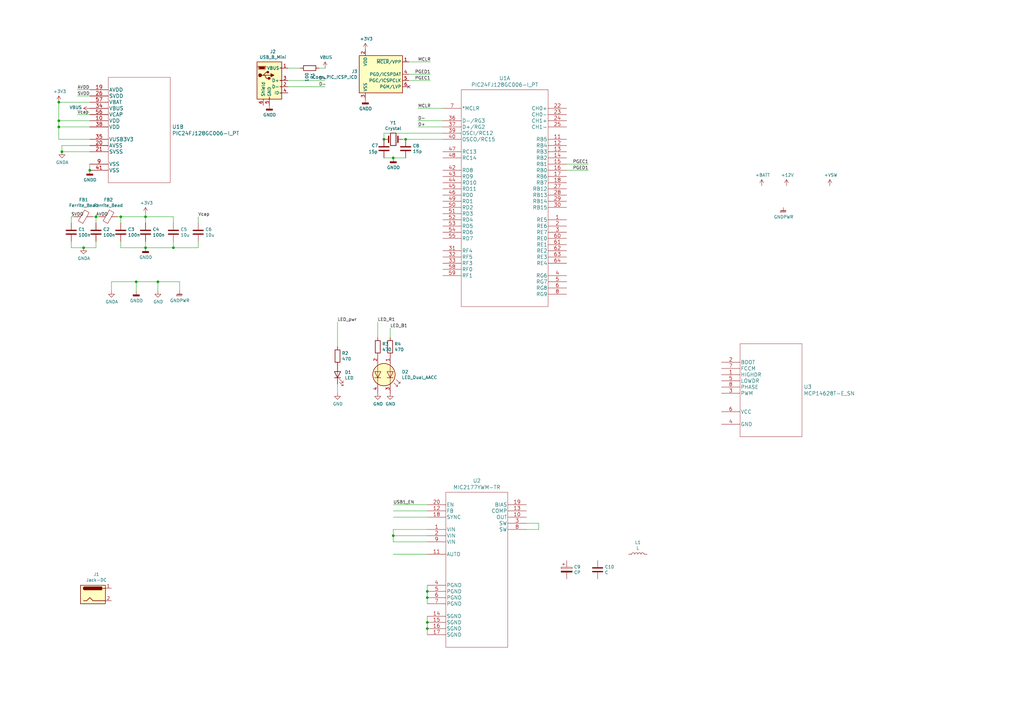
<source format=kicad_sch>
(kicad_sch (version 20230121) (generator eeschema)
  (paper "A3")
  (title_block (title "Solar switch") (date "2021-04-06") (rev "0.1") (company "Xavier Bourlot"))
  (lib_symbols
    (symbol "2021-04-06_19-40-33:MIC2177YWM-TR" (pin_names (offset 0.254))
      (property "Reference" "U" (at 20.32 10.16 0))
      (property "Value" "MIC2177YWM-TR" (at 20.32 7.62 0))
      (symbol "MIC2177YWM-TR_1_1"
        (polyline (pts (xy 7.62 -58.42) (xy 33.02 -58.42)) (stroke (width 0.127)))
        (polyline (pts (xy 7.62 5.08) (xy 7.62 -58.42)) (stroke (width 0.127)))
        (polyline (pts (xy 33.02 -58.42) (xy 33.02 5.08)) (stroke (width 0.127)))
        (polyline (pts (xy 33.02 5.08) (xy 7.62 5.08)) (stroke (width 0.127)))
        (pin input line (at 0 -10.16 0) (length 7.62) (name "VIN") (number "1"))
        (pin output line (at 40.64 -5.08 180) (length 7.62) (name "OUT") (number "10"))
        (pin unspecified line (at 0 -20.32 0) (length 7.62) (name "AUTO") (number "11"))
        (pin input line (at 0 -2.54 0) (length 7.62) (name "FB") (number "12"))
        (pin output line (at 40.64 -2.54 180) (length 7.62) (name "COMP") (number "13"))
        (pin power_in line (at 0 -45.72 0) (length 7.62) (name "SGND") (number "14"))
        (pin power_in line (at 0 -48.26 0) (length 7.62) (name "SGND") (number "15"))
        (pin power_in line (at 0 -50.8 0) (length 7.62) (name "SGND") (number "16"))
        (pin power_in line (at 0 -53.34 0) (length 7.62) (name "SGND") (number "17"))
        (pin input line (at 0 -5.08 0) (length 7.62) (name "SYNC") (number "18"))
        (pin output line (at 40.64 0 180) (length 7.62) (name "BIAS") (number "19"))
        (pin input line (at 0 -12.7 0) (length 7.62) (name "VIN") (number "2"))
        (pin input line (at 0 0 0) (length 7.62) (name "EN") (number "20"))
        (pin output line (at 40.64 -7.62 180) (length 7.62) (name "SW") (number "3"))
        (pin power_in line (at 0 -33.02 0) (length 7.62) (name "PGND") (number "4"))
        (pin power_in line (at 0 -35.56 0) (length 7.62) (name "PGND") (number "5"))
        (pin power_in line (at 0 -38.1 0) (length 7.62) (name "PGND") (number "6"))
        (pin power_in line (at 0 -40.64 0) (length 7.62) (name "PGND") (number "7"))
        (pin output line (at 40.64 -10.16 180) (length 7.62) (name "SW") (number "8"))
        (pin input line (at 0 -15.24 0) (length 7.62) (name "VIN") (number "9"))
      )
    )
    (symbol "Connector:Conn_PIC_ICSP_ICD"
      (property "Reference" "J" (at 6.35 8.89 0))
      (property "Value" "Conn_PIC_ICSP_ICD" (at -8.89 -1.27 90))
      (symbol "Conn_PIC_ICSP_ICD_0_1"
        (rectangle (start -7.62 7.62) (end 10.16 -7.62) (stroke (width 0.254)) (fill (type background)))
      )
      (symbol "Conn_PIC_ICSP_ICD_1_1"
        (pin passive line (at 12.7 5.08 180) (length 2.54) (name "~{MCLR}/VPP") (number "1"))
        (pin passive line (at -5.08 10.16 270) (length 2.54) (name "VDD") (number "2"))
        (pin power_in line (at -5.08 -10.16 90) (length 2.54) (name "VSS") (number "3"))
        (pin bidirectional line (at 12.7 0 180) (length 2.54) (name "PGD/ICSPDAT") (number "4"))
        (pin output line (at 12.7 -2.54 180) (length 2.54) (name "PGC/ICSPCLK") (number "5"))
        (pin output line (at 12.7 -5.08 180) (length 2.54) (name "PGM/LVP") (number "6"))
      )
    )
    (symbol "Connector:Jack-DC" (pin_names (offset 1.016))
      (property "Reference" "J" (at 0 5.334 0))
      (property "Value" "Jack-DC" (at 0 -5.08 0))
      (symbol "Jack-DC_0_1"
        (rectangle (start -5.08 3.81) (end 5.08 -3.81) (stroke (width 0.254)) (fill (type background)))
        (arc (start -3.302 3.175) (mid -3.9343 2.54) (end -3.302 1.905) (stroke (width 0.254)))
        (arc (start -3.302 3.175) (mid -3.9343 2.54) (end -3.302 1.905) (stroke (width 0.254)) (fill (type outline)))
        (polyline (pts (xy 5.08 2.54) (xy 3.81 2.54)) (stroke (width 0.254)))
        (polyline (pts (xy -3.81 -2.54) (xy -2.54 -2.54) (xy -1.27 -1.27) (xy 0 -2.54) (xy 2.54 -2.54) (xy 5.08 -2.54)) (stroke (width 0.254)))
        (rectangle (start 3.683 3.175) (end -3.302 1.905) (stroke (width 0.254)) (fill (type outline)))
      )
      (symbol "Jack-DC_1_1"
        (pin passive line (at 7.62 2.54 180) (length 2.54) (name "~") (number "1"))
        (pin passive line (at 7.62 -2.54 180) (length 2.54) (name "~") (number "2"))
      )
    )
    (symbol "Device:C" (pin_numbers hide) (pin_names (offset 0.254))
      (property "Reference" "C" (at 0.635 2.54 0))
      (property "Value" "C" (at 0.635 -2.54 0))
      (symbol "C_0_1"
        (polyline (pts (xy -2.032 -0.762) (xy 2.032 -0.762)) (stroke (width 0.508)))
        (polyline (pts (xy -2.032 0.762) (xy 2.032 0.762)) (stroke (width 0.508)))
      )
      (symbol "C_1_1"
        (pin passive line (at 0 3.81 270) (length 2.794) (name "~") (number "1"))
        (pin passive line (at 0 -3.81 90) (length 2.794) (name "~") (number "2"))
      )
    )
    (symbol "Device:Crystal" (pin_numbers hide) (pin_names (offset 1.016) hide)
      (property "Reference" "Y" (at 0 3.81 0))
      (property "Value" "Crystal" (at 0 -3.81 0))
      (symbol "Crystal_0_1"
        (rectangle (start -1.143 2.54) (end 1.143 -2.54) (stroke (width 0.3048)))
        (polyline (pts (xy -2.54 0) (xy -1.905 0)))
        (polyline (pts (xy -1.905 -1.27) (xy -1.905 1.27)) (stroke (width 0.508)))
        (polyline (pts (xy 1.905 -1.27) (xy 1.905 1.27)) (stroke (width 0.508)))
        (polyline (pts (xy 2.54 0) (xy 1.905 0)))
      )
      (symbol "Crystal_1_1"
        (pin passive line (at -3.81 0 0) (length 1.27) (name "1") (number "1"))
        (pin passive line (at 3.81 0 180) (length 1.27) (name "2") (number "2"))
      )
    )
    (symbol "Device:L" (pin_numbers hide) (pin_names (offset 1.016) hide)
      (property "Reference" "L" (at -1.27 0 90))
      (property "Value" "L" (at 1.905 0 90))
      (symbol "L_0_1"
        (arc (start 0 -2.54) (mid 0.6323 -1.905) (end 0 -1.27))
        (arc (start 0 -1.27) (mid 0.6323 -0.635) (end 0 0))
        (arc (start 0 0) (mid 0.6323 0.635) (end 0 1.27))
        (arc (start 0 1.27) (mid 0.6323 1.905) (end 0 2.54))
      )
      (symbol "L_1_1"
        (pin passive line (at 0 3.81 270) (length 1.27) (name "1") (number "1"))
        (pin passive line (at 0 -3.81 90) (length 1.27) (name "2") (number "2"))
      )
    )
    (symbol "Device:LED" (pin_numbers hide) (pin_names (offset 1.016) hide)
      (property "Reference" "D" (at 0 2.54 0))
      (property "Value" "LED" (at 0 -2.54 0))
      (symbol "LED_0_1"
        (polyline (pts (xy -1.27 -1.27) (xy -1.27 1.27)) (stroke (width 0.254)))
        (polyline (pts (xy -1.27 0) (xy 1.27 0)))
        (polyline (pts (xy 1.27 -1.27) (xy 1.27 1.27) (xy -1.27 0) (xy 1.27 -1.27)) (stroke (width 0.254)))
        (polyline (pts (xy -3.048 -0.762) (xy -4.572 -2.286) (xy -3.81 -2.286) (xy -4.572 -2.286) (xy -4.572 -1.524)))
        (polyline (pts (xy -1.778 -0.762) (xy -3.302 -2.286) (xy -2.54 -2.286) (xy -3.302 -2.286) (xy -3.302 -1.524)))
      )
      (symbol "LED_1_1"
        (pin passive line (at -3.81 0 0) (length 2.54) (name "K") (number "1"))
        (pin passive line (at 3.81 0 180) (length 2.54) (name "A") (number "2"))
      )
    )
    (symbol "Device:R" (pin_numbers hide) (pin_names (offset 0))
      (property "Reference" "R" (at 2.032 0 90))
      (property "Value" "R" (at 0 0 90))
      (symbol "R_0_1"
        (rectangle (start -1.016 -2.54) (end 1.016 2.54) (stroke (width 0.254)))
      )
      (symbol "R_1_1"
        (pin passive line (at 0 3.81 270) (length 1.27) (name "~") (number "1"))
        (pin passive line (at 0 -3.81 90) (length 1.27) (name "~") (number "2"))
      )
    )
    (symbol "power:+12V" (power) (pin_names (offset 0))
      (property "Value" "+12V" (at 0 3.556 0))
      (symbol "+12V_0_1"
        (polyline (pts (xy -0.762 1.27) (xy 0 2.54)))
        (polyline (pts (xy 0 0) (xy 0 2.54)))
        (polyline (pts (xy 0 2.54) (xy 0.762 1.27)))
      )
      (symbol "+12V_1_1"
        (pin power_in line (at 0 0 90) (length 0) hide (name "+12V") (number "1"))
      )
    )
    (symbol "power:+3V3" (power) (pin_names (offset 0))
      (property "Value" "+3V3" (at 0 3.556 0))
      (symbol "+3V3_0_1"
        (polyline (pts (xy -0.762 1.27) (xy 0 2.54)))
        (polyline (pts (xy 0 0) (xy 0 2.54)))
        (polyline (pts (xy 0 2.54) (xy 0.762 1.27)))
      )
      (symbol "+3V3_1_1"
        (pin power_in line (at 0 0 90) (length 0) hide (name "+3V3") (number "1"))
      )
    )
    (symbol "power:+BATT" (power) (pin_names (offset 0))
      (property "Value" "+BATT" (at 0 3.556 0))
      (symbol "+BATT_0_1"
        (polyline (pts (xy -0.762 1.27) (xy 0 2.54)))
        (polyline (pts (xy 0 0) (xy 0 2.54)))
        (polyline (pts (xy 0 2.54) (xy 0.762 1.27)))
      )
      (symbol "+BATT_1_1"
        (pin power_in line (at 0 0 90) (length 0) hide (name "+BATT") (number "1"))
      )
    )
    (symbol "power:+VSW" (power) (pin_names (offset 0))
      (property "Value" "+VSW" (at 0 3.556 0))
      (symbol "+VSW_0_1"
        (polyline (pts (xy -0.762 1.27) (xy 0 2.54)))
        (polyline (pts (xy 0 0) (xy 0 2.54)))
        (polyline (pts (xy 0 2.54) (xy 0.762 1.27)))
      )
      (symbol "+VSW_1_1"
        (pin power_in line (at 0 0 90) (length 0) hide (name "+VSW") (number "1"))
      )
    )
    (symbol "power:GND" (power) (pin_names (offset 0))
      (property "Value" "GND" (at 0 -3.81 0))
      (symbol "GND_0_1"
        (polyline (pts (xy 0 0) (xy 0 -1.27) (xy 1.27 -1.27) (xy 0 -2.54) (xy -1.27 -1.27) (xy 0 -1.27)))
      )
      (symbol "GND_1_1"
        (pin power_in line (at 0 0 270) (length 0) hide (name "GND") (number "1"))
      )
    )
    (symbol "power:GNDA" (power) (pin_names (offset 0))
      (property "Value" "GNDA" (at 0 -3.81 0))
      (symbol "GNDA_0_1"
        (polyline (pts (xy 0 0) (xy 0 -1.27) (xy 1.27 -1.27) (xy 0 -2.54) (xy -1.27 -1.27) (xy 0 -1.27)))
      )
      (symbol "GNDA_1_1"
        (pin power_in line (at 0 0 270) (length 0) hide (name "GNDA") (number "1"))
      )
    )
    (symbol "power:GNDD" (power) (pin_names (offset 0))
      (property "Value" "GNDD" (at 0 -3.175 0))
      (symbol "GNDD_0_1"
        (rectangle (start -1.27 -1.524) (end 1.27 -2.032) (stroke (width 0.254)) (fill (type outline)))
        (polyline (pts (xy 0 0) (xy 0 -1.524)))
      )
      (symbol "GNDD_1_1"
        (pin power_in line (at 0 0 270) (length 0) hide (name "GNDD") (number "1"))
      )
    )
    (symbol "power:GNDPWR" (power) (pin_names (offset 0))
      (property "Value" "GNDPWR" (at 0 -3.302 0))
      (symbol "GNDPWR_0_1"
        (polyline (pts (xy 0 -1.27) (xy 0 0)))
        (polyline (pts (xy -1.016 -1.27) (xy -1.27 -2.032) (xy -1.27 -2.032)) (stroke (width 0.2032)))
        (polyline (pts (xy -0.508 -1.27) (xy -0.762 -2.032) (xy -0.762 -2.032)) (stroke (width 0.2032)))
        (polyline (pts (xy 0 -1.27) (xy -0.254 -2.032) (xy -0.254 -2.032)) (stroke (width 0.2032)))
        (polyline (pts (xy 0.508 -1.27) (xy 0.254 -2.032) (xy 0.254 -2.032)) (stroke (width 0.2032)))
        (polyline (pts (xy 1.016 -1.27) (xy -1.016 -1.27) (xy -1.016 -1.27)) (stroke (width 0.2032)))
        (polyline (pts (xy 1.016 -1.27) (xy 0.762 -2.032) (xy 0.762 -2.032) (xy 0.762 -2.032)) (stroke (width 0.2032)))
      )
      (symbol "GNDPWR_1_1"
        (pin power_in line (at 0 0 270) (length 0) hide (name "GNDPWR") (number "1"))
      )
    )
    (symbol "power:VBUS" (power) (pin_names (offset 0))
      (property "Value" "VBUS" (at 0 3.81 0))
      (symbol "VBUS_0_1"
        (polyline (pts (xy -0.762 1.27) (xy 0 2.54)))
        (polyline (pts (xy 0 0) (xy 0 2.54)))
        (polyline (pts (xy 0 2.54) (xy 0.762 1.27)))
      )
      (symbol "VBUS_1_1"
        (pin power_in line (at 0 0 90) (length 0) hide (name "VBUS") (number "1"))
      )
    )
    (symbol "solar_switch-rescue:CP-Device" (pin_numbers hide) (pin_names (offset 0.254))
      (property "Reference" "C" (at 0.635 2.54 0))
      (property "Value" "Device_CP" (at 0.635 -2.54 0))
      (symbol "CP-Device_0_1"
        (rectangle (start -2.286 0.508) (end 2.286 1.016))
        (polyline (pts (xy -1.778 2.286) (xy -0.762 2.286)))
        (polyline (pts (xy -1.27 2.794) (xy -1.27 1.778)))
        (rectangle (start 2.286 -0.508) (end -2.286 -1.016) (fill (type outline)))
      )
      (symbol "CP-Device_1_1"
        (pin passive line (at 0 3.81 270) (length 2.794) (name "~") (number "1"))
        (pin passive line (at 0 -3.81 90) (length 2.794) (name "~") (number "2"))
      )
    )
    (symbol "solar_switch-rescue:Ferrite_Bead-Device" (pin_numbers hide) (pin_names (offset 0))
      (property "Reference" "FB" (at -3.81 0.635 90))
      (property "Value" "Device_Ferrite_Bead" (at 3.81 0 90))
      (symbol "Ferrite_Bead-Device_0_1"
        (polyline (pts (xy 0 -1.27) (xy 0 -1.2192)))
        (polyline (pts (xy 0 1.27) (xy 0 1.2954)))
        (polyline (pts (xy -2.7686 0.4064) (xy -1.7018 2.2606) (xy 2.7686 -0.3048) (xy 1.6764 -2.159) (xy -2.7686 0.4064)))
      )
      (symbol "Ferrite_Bead-Device_1_1"
        (pin passive line (at 0 3.81 270) (length 2.54) (name "~") (number "1"))
        (pin passive line (at 0 -3.81 90) (length 2.54) (name "~") (number "2"))
      )
    )
    (symbol "solar_switch-rescue:LED_Dual_AACC-Device" (pin_names (offset 0) hide)
      (property "Reference" "D" (at 0 5.715 0))
      (property "Value" "Device_LED_Dual_AACC" (at 0 -6.35 0))
      (symbol "LED_Dual_AACC-Device_0_1"
        (polyline (pts (xy -5.08 -2.54) (xy 2.032 -2.54)))
        (polyline (pts (xy -5.08 2.54) (xy 2.032 2.54)))
        (polyline (pts (xy 1.27 -1.27) (xy 1.27 -3.81)) (stroke (width 0.2032)))
        (polyline (pts (xy 1.27 3.81) (xy 1.27 1.27)) (stroke (width 0.2032)))
        (polyline (pts (xy 3.81 -2.54) (xy 1.905 -2.54)))
        (polyline (pts (xy 3.81 2.54) (xy 1.905 2.54)))
        (polyline (pts (xy -1.27 -1.27) (xy -1.27 -3.81) (xy 1.27 -2.54) (xy -1.27 -1.27)) (stroke (width 0.2032)))
        (polyline (pts (xy -1.27 3.81) (xy -1.27 1.27) (xy 1.27 2.54) (xy -1.27 3.81)) (stroke (width 0.2032)))
        (polyline (pts (xy 2.032 5.08) (xy 3.556 6.604) (xy 2.794 6.604) (xy 3.556 6.604) (xy 3.556 5.842)))
        (polyline (pts (xy 3.302 4.064) (xy 4.826 5.588) (xy 4.064 5.588) (xy 4.826 5.588) (xy 4.826 4.826)))
        (circle (center 0 0) (radius 4.572) (stroke (width 0.254)) (fill (type background)))
      )
      (symbol "LED_Dual_AACC-Device_1_1"
        (pin input line (at -7.62 2.54 0) (length 3.048) (name "A1") (number "1"))
        (pin input line (at -7.62 -2.54 0) (length 3.048) (name "A2") (number "2"))
        (pin input line (at 7.62 2.54 180) (length 3.81) (name "K1") (number "3"))
        (pin input line (at 7.62 -2.54 180) (length 3.81) (name "K2") (number "4"))
      )
    )
    (symbol "solar_switch-rescue:MCP14628T-E_SN-2021-04-06_19-58-28" (pin_names (offset 0.254))
      (property "Reference" "U" (at 20.32 12.7 0))
      (property "Value" "2021-04-06_19-58-28_MCP14628T-E_SN" (at 20.32 10.16 0))
      (symbol "MCP14628T-E_SN-2021-04-06_19-58-28_1_1"
        (polyline (pts (xy 7.62 -30.48) (xy 33.02 -30.48)) (stroke (width 0.127)))
        (polyline (pts (xy 7.62 7.62) (xy 7.62 -30.48)) (stroke (width 0.127)))
        (polyline (pts (xy 33.02 -30.48) (xy 33.02 7.62)) (stroke (width 0.127)))
        (polyline (pts (xy 33.02 7.62) (xy 7.62 7.62)) (stroke (width 0.127)))
        (pin unspecified line (at 0 -5.08 0) (length 7.62) (name "HIGHDR") (number "1"))
        (pin unspecified line (at 0 0 0) (length 7.62) (name "BOOT") (number "2"))
        (pin unspecified line (at 0 -12.7 0) (length 7.62) (name "PWM") (number "3"))
        (pin unspecified line (at 0 -25.4 0) (length 7.62) (name "GND") (number "4"))
        (pin unspecified line (at 0 -7.62 0) (length 7.62) (name "LOWDR") (number "5"))
        (pin unspecified line (at 0 -20.32 0) (length 7.62) (name "VCC") (number "6"))
        (pin unspecified line (at 0 -2.54 0) (length 7.62) (name "FCCM") (number "7"))
        (pin unspecified line (at 0 -10.16 0) (length 7.62) (name "PHASE") (number "8"))
      )
    )
    (symbol "solar_switch-rescue:PIC24FJ128GC006-I_PT-2021-04-06_19-32-46" (pin_names (offset 0.254))
      (property "Reference" "U" (at 25.4 12.7 0))
      (property "Value" "2021-04-06_19-32-46_PIC24FJ128GC006-I_PT" (at 25.4 10.16 0))
      (symbol "PIC24FJ128GC006-I_PT-2021-04-06_19-32-46_1_1"
        (polyline (pts (xy 7.62 -81.28) (xy 43.18 -81.28)) (stroke (width 0.127)))
        (polyline (pts (xy 7.62 7.62) (xy 7.62 -81.28)) (stroke (width 0.127)))
        (polyline (pts (xy 43.18 -81.28) (xy 43.18 7.62)) (stroke (width 0.127)))
        (polyline (pts (xy 43.18 7.62) (xy 7.62 7.62)) (stroke (width 0.127)))
        (pin bidirectional line (at 50.8 -45.72 180) (length 7.62) (name "RE5") (number "1"))
        (pin bidirectional line (at 50.8 -12.7 180) (length 7.62) (name "RB5") (number "11"))
        (pin bidirectional line (at 50.8 -15.24 180) (length 7.62) (name "RB4") (number "12"))
        (pin bidirectional line (at 50.8 -17.78 180) (length 7.62) (name "RB3") (number "13"))
        (pin bidirectional line (at 50.8 -20.32 180) (length 7.62) (name "RB2") (number "14"))
        (pin bidirectional line (at 50.8 -22.86 180) (length 7.62) (name "RB1") (number "15"))
        (pin bidirectional line (at 50.8 -25.4 180) (length 7.62) (name "RB0") (number "16"))
        (pin bidirectional line (at 50.8 -27.94 180) (length 7.62) (name "RB6") (number "17"))
        (pin bidirectional line (at 50.8 -30.48 180) (length 7.62) (name "RB7") (number "18"))
        (pin bidirectional line (at 50.8 -48.26 180) (length 7.62) (name "RE6") (number "2"))
        (pin bidirectional line (at 50.8 0 180) (length 7.62) (name "CH0+") (number "22"))
        (pin bidirectional line (at 50.8 -2.54 180) (length 7.62) (name "CH0-") (number "23"))
        (pin bidirectional line (at 50.8 -5.08 180) (length 7.62) (name "CH1+") (number "24"))
        (pin bidirectional line (at 50.8 -7.62 180) (length 7.62) (name "CH1-") (number "25"))
        (pin bidirectional line (at 50.8 -33.02 180) (length 7.62) (name "RB12") (number "27"))
        (pin bidirectional line (at 50.8 -35.56 180) (length 7.62) (name "RB13") (number "28"))
        (pin bidirectional line (at 50.8 -38.1 180) (length 7.62) (name "RB14") (number "29"))
        (pin bidirectional line (at 50.8 -50.8 180) (length 7.62) (name "RE7") (number "3"))
        (pin bidirectional line (at 50.8 -40.64 180) (length 7.62) (name "RB15") (number "30"))
        (pin bidirectional line (at 0 -58.42 0) (length 7.62) (name "RF4") (number "31"))
        (pin bidirectional line (at 0 -60.96 0) (length 7.62) (name "RF5") (number "32"))
        (pin bidirectional line (at 0 -63.5 0) (length 7.62) (name "RF3") (number "33"))
        (pin bidirectional line (at 0 -5.08 0) (length 7.62) (name "D-/RG3") (number "36"))
        (pin bidirectional line (at 0 -7.62 0) (length 7.62) (name "D+/RG2") (number "37"))
        (pin bidirectional line (at 0 -10.16 0) (length 7.62) (name "OSCI/RC12") (number "39"))
        (pin bidirectional line (at 50.8 -68.58 180) (length 7.62) (name "RG6") (number "4"))
        (pin bidirectional line (at 0 -12.7 0) (length 7.62) (name "OSCO/RC15") (number "40"))
        (pin bidirectional line (at 0 -25.4 0) (length 7.62) (name "RD8") (number "42"))
        (pin bidirectional line (at 0 -27.94 0) (length 7.62) (name "RD9") (number "43"))
        (pin bidirectional line (at 0 -30.48 0) (length 7.62) (name "RD10") (number "44"))
        (pin bidirectional line (at 0 -33.02 0) (length 7.62) (name "RD11") (number "45"))
        (pin bidirectional line (at 0 -35.56 0) (length 7.62) (name "RD0") (number "46"))
        (pin bidirectional line (at 0 -17.78 0) (length 7.62) (name "RC13") (number "47"))
        (pin bidirectional line (at 0 -20.32 0) (length 7.62) (name "RC14") (number "48"))
        (pin bidirectional line (at 0 -38.1 0) (length 7.62) (name "RD1") (number "49"))
        (pin bidirectional line (at 50.8 -71.12 180) (length 7.62) (name "RG7") (number "5"))
        (pin bidirectional line (at 0 -40.64 0) (length 7.62) (name "RD2") (number "50"))
        (pin bidirectional line (at 0 -43.18 0) (length 7.62) (name "RD3") (number "51"))
        (pin bidirectional line (at 0 -45.72 0) (length 7.62) (name "RD4") (number "52"))
        (pin bidirectional line (at 0 -48.26 0) (length 7.62) (name "RD5") (number "53"))
        (pin bidirectional line (at 0 -50.8 0) (length 7.62) (name "RD6") (number "54"))
        (pin bidirectional line (at 0 -53.34 0) (length 7.62) (name "RD7") (number "55"))
        (pin bidirectional line (at 0 -66.04 0) (length 7.62) (name "RF0") (number "58"))
        (pin bidirectional line (at 0 -68.58 0) (length 7.62) (name "RF1") (number "59"))
        (pin bidirectional line (at 50.8 -73.66 180) (length 7.62) (name "RG8") (number "6"))
        (pin bidirectional line (at 50.8 -53.34 180) (length 7.62) (name "RE0") (number "60"))
        (pin bidirectional line (at 50.8 -55.88 180) (length 7.62) (name "RE1") (number "61"))
        (pin bidirectional line (at 50.8 -58.42 180) (length 7.62) (name "RE2") (number "62"))
        (pin bidirectional line (at 50.8 -60.96 180) (length 7.62) (name "RE3") (number "63"))
        (pin bidirectional line (at 50.8 -63.5 180) (length 7.62) (name "RE4") (number "64"))
        (pin unspecified line (at 0 0 0) (length 7.62) (name "*MCLR") (number "7"))
        (pin bidirectional line (at 50.8 -76.2 180) (length 7.62) (name "RG9") (number "8"))
      )
      (symbol "PIC24FJ128GC006-I_PT-2021-04-06_19-32-46_2_1"
        (polyline (pts (xy 7.62 -38.1) (xy 33.02 -38.1)) (stroke (width 0.127)))
        (polyline (pts (xy 7.62 5.08) (xy 7.62 -38.1)) (stroke (width 0.127)))
        (polyline (pts (xy 33.02 -38.1) (xy 33.02 5.08)) (stroke (width 0.127)))
        (polyline (pts (xy 33.02 5.08) (xy 7.62 5.08)) (stroke (width 0.127)))
        (pin power_in line (at 0 -12.7 0) (length 7.62) (name "VDD") (number "10"))
        (pin power_in line (at 0 0 0) (length 7.62) (name "AVDD") (number "19"))
        (pin power_in line (at 0 -22.86 0) (length 7.62) (name "AVSS") (number "20"))
        (pin power_in line (at 0 -25.4 0) (length 7.62) (name "SVSS") (number "21"))
        (pin power_in line (at 0 -2.54 0) (length 7.62) (name "SVDD") (number "26"))
        (pin power_in line (at 0 -7.62 0) (length 7.62) (name "VBUS") (number "34"))
        (pin power_in line (at 0 -20.32 0) (length 7.62) (name "VUSB3V3") (number "35"))
        (pin power_in line (at 0 -15.24 0) (length 7.62) (name "VDD") (number "38"))
        (pin power_in line (at 0 -33.02 0) (length 7.62) (name "VSS") (number "41"))
        (pin power_in line (at 0 -10.16 0) (length 7.62) (name "VCAP") (number "56"))
        (pin power_in line (at 0 -5.08 0) (length 7.62) (name "VBAT") (number "57"))
        (pin power_in line (at 0 -30.48 0) (length 7.62) (name "VSS") (number "9"))
      )
    )
    (symbol "solar_switch-rescue:USB_B_Mini-Connector" (pin_names (offset 1.016))
      (property "Reference" "J" (at -5.08 11.43 0))
      (property "Value" "Connector_USB_B_Mini" (at -5.08 8.89 0))
      (symbol "USB_B_Mini-Connector_0_1"
        (rectangle (start -5.08 -7.62) (end 5.08 7.62) (stroke (width 0.254)) (fill (type background)))
        (circle (center -3.81 2.159) (radius 0.635) (stroke (width 0.254)) (fill (type outline)))
        (circle (center -0.635 3.429) (radius 0.381) (stroke (width 0.254)) (fill (type outline)))
        (rectangle (start -0.127 -7.62) (end 0.127 -6.858))
        (polyline (pts (xy -1.905 2.159) (xy 0.635 2.159)) (stroke (width 0.254)))
        (polyline (pts (xy -3.175 2.159) (xy -2.54 2.159) (xy -1.27 3.429) (xy -0.635 3.429)) (stroke (width 0.254)))
        (polyline (pts (xy -2.54 2.159) (xy -1.905 2.159) (xy -1.27 0.889) (xy 0 0.889)) (stroke (width 0.254)))
        (polyline (pts (xy 0.635 2.794) (xy 0.635 1.524) (xy 1.905 2.159) (xy 0.635 2.794)) (stroke (width 0.254)) (fill (type outline)))
        (polyline (pts (xy -4.318 5.588) (xy -1.778 5.588) (xy -2.032 4.826) (xy -4.064 4.826) (xy -4.318 5.588)) (fill (type outline)))
        (polyline (pts (xy -4.699 5.842) (xy -4.699 5.588) (xy -4.445 4.826) (xy -4.445 4.572) (xy -1.651 4.572) (xy -1.651 4.826) (xy -1.397 5.588) (xy -1.397 5.842) (xy -4.699 5.842)))
        (rectangle (start 0.254 1.27) (end -0.508 0.508) (stroke (width 0.254)) (fill (type outline)))
        (rectangle (start 5.08 -5.207) (end 4.318 -4.953))
        (rectangle (start 5.08 -2.667) (end 4.318 -2.413))
        (rectangle (start 5.08 -0.127) (end 4.318 0.127))
        (rectangle (start 5.08 4.953) (end 4.318 5.207))
      )
      (symbol "USB_B_Mini-Connector_1_1"
        (pin power_out line (at 7.62 5.08 180) (length 2.54) (name "VBUS") (number "1"))
        (pin passive line (at 7.62 -2.54 180) (length 2.54) (name "D-") (number "2"))
        (pin passive line (at 7.62 0 180) (length 2.54) (name "D+") (number "3"))
        (pin passive line (at 7.62 -5.08 180) (length 2.54) (name "ID") (number "4"))
        (pin power_out line (at 0 -10.16 90) (length 2.54) (name "GND") (number "5"))
        (pin passive line (at -2.54 -10.16 90) (length 2.54) (name "Shield") (number "6"))
      )
    )
  )
  (junction (at 175.26 245.11))
  (junction (at 25.4 62.23))
  (junction (at 161.29 219.71))
  (junction (at 71.12 101.6))
  (junction (at 59.69 101.6))
  (junction (at 24.13 52.07))
  (junction (at 166.37 57.15))
  (junction (at 39.37 88.9))
  (junction (at 34.29 101.6))
  (junction (at 36.83 69.85))
  (junction (at 59.69 88.9))
  (junction (at 64.77 115.57))
  (junction (at 161.29 64.77))
  (junction (at 55.88 115.57))
  (junction (at 175.26 257.81))
  (junction (at 175.26 255.27))
  (junction (at 49.53 88.9))
  (junction (at 24.13 41.91))
  (junction (at 157.48 57.15))
  (junction (at 175.26 242.57))
  (junction (at 24.13 49.53))
  (no_connect (at 167.64 35.56))
  (wire (pts (xy 157.48 54.61) (xy 157.48 57.15)))
  (wire (pts (xy 45.72 119.38) (xy 45.72 115.57)))
  (wire (pts (xy 154.94 138.43) (xy 154.94 132.08)))
  (wire (pts (xy 175.26 227.33) (xy 161.29 227.33)))
  (wire (pts (xy 45.72 115.57) (xy 55.88 115.57)))
  (wire (pts (xy 29.21 99.06) (xy 29.21 101.6)))
  (wire (pts (xy 49.53 88.9) (xy 59.69 88.9)))
  (wire (pts (xy 36.83 62.23) (xy 25.4 62.23)))
  (wire (pts (xy 38.1 88.9) (xy 39.37 88.9)))
  (wire (pts (xy 25.4 62.23) (xy 25.4 59.69)))
  (wire (pts (xy 161.29 64.77) (xy 166.37 64.77)))
  (wire (pts (xy 181.61 49.53) (xy 171.45 49.53)))
  (wire (pts (xy 39.37 101.6) (xy 39.37 99.06)))
  (wire (pts (xy 175.26 219.71) (xy 161.29 219.71)))
  (wire (pts (xy 30.48 88.9) (xy 29.21 88.9)))
  (wire (pts (xy 24.13 52.07) (xy 24.13 49.53)))
  (wire (pts (xy 24.13 57.15) (xy 24.13 52.07)))
  (wire (pts (xy 176.53 30.48) (xy 167.64 30.48)))
  (wire (pts (xy 241.3 69.85) (xy 232.41 69.85)))
  (wire (pts (xy 175.26 242.57) (xy 175.26 240.03)))
  (wire (pts (xy 36.83 39.37) (xy 31.75 39.37)))
  (wire (pts (xy 118.11 33.02) (xy 133.35 33.02)))
  (wire (pts (xy 55.88 115.57) (xy 64.77 115.57)))
  (wire (pts (xy 161.29 222.25) (xy 161.29 219.71)))
  (wire (pts (xy 160.02 138.43) (xy 160.02 134.62)))
  (wire (pts (xy 24.13 41.91) (xy 24.13 49.53)))
  (wire (pts (xy 34.29 101.6) (xy 39.37 101.6)))
  (wire (pts (xy 161.29 212.09) (xy 175.26 212.09)))
  (wire (pts (xy 133.35 35.56) (xy 118.11 35.56)))
  (wire (pts (xy 49.53 91.44) (xy 49.53 88.9)))
  (wire (pts (xy 36.83 41.91) (xy 24.13 41.91)))
  (wire (pts (xy 175.26 255.27) (xy 175.26 252.73)))
  (wire (pts (xy 71.12 99.06) (xy 71.12 101.6)))
  (wire (pts (xy 81.28 101.6) (xy 81.28 99.06)))
  (wire (pts (xy 59.69 91.44) (xy 59.69 88.9)))
  (wire (pts (xy 157.48 64.77) (xy 161.29 64.77)))
  (wire (pts (xy 36.83 46.99) (xy 31.75 46.99)))
  (wire (pts (xy 59.69 87.63) (xy 59.69 88.9)))
  (wire (pts (xy 175.26 245.11) (xy 175.26 242.57)))
  (wire (pts (xy 36.83 69.85) (xy 36.83 67.31)))
  (wire (pts (xy 175.26 257.81) (xy 175.26 255.27)))
  (wire (pts (xy 232.41 67.31) (xy 241.3 67.31)))
  (wire (pts (xy 171.45 52.07) (xy 181.61 52.07)))
  (wire (pts (xy 123.19 27.94) (xy 118.11 27.94)))
  (wire (pts (xy 220.98 217.17) (xy 215.9 217.17)))
  (wire (pts (xy 181.61 54.61) (xy 157.48 54.61)))
  (wire (pts (xy 29.21 101.6) (xy 34.29 101.6)))
  (wire (pts (xy 138.43 157.48) (xy 138.43 161.29)))
  (wire (pts (xy 167.64 25.4) (xy 176.53 25.4)))
  (wire (pts (xy 167.64 33.02) (xy 176.53 33.02)))
  (wire (pts (xy 71.12 101.6) (xy 81.28 101.6)))
  (wire (pts (xy 161.29 222.25) (xy 175.26 222.25)))
  (wire (pts (xy 215.9 214.63) (xy 220.98 214.63)))
  (wire (pts (xy 59.69 88.9) (xy 71.12 88.9)))
  (wire (pts (xy 25.4 59.69) (xy 36.83 59.69)))
  (wire (pts (xy 24.13 49.53) (xy 36.83 49.53)))
  (wire (pts (xy 161.29 217.17) (xy 175.26 217.17)))
  (wire (pts (xy 59.69 99.06) (xy 59.69 101.6)))
  (wire (pts (xy 175.26 209.55) (xy 161.29 209.55)))
  (wire (pts (xy 133.35 27.94) (xy 130.81 27.94)))
  (wire (pts (xy 31.75 36.83) (xy 36.83 36.83)))
  (wire (pts (xy 220.98 214.63) (xy 220.98 217.17)))
  (wire (pts (xy 81.28 91.44) (xy 81.28 88.9)))
  (wire (pts (xy 64.77 115.57) (xy 73.66 115.57)))
  (wire (pts (xy 49.53 101.6) (xy 59.69 101.6)))
  (wire (pts (xy 39.37 88.9) (xy 40.64 88.9)))
  (wire (pts (xy 36.83 57.15) (xy 24.13 57.15)))
  (wire (pts (xy 175.26 247.65) (xy 175.26 245.11)))
  (wire (pts (xy 138.43 142.24) (xy 138.43 132.08)))
  (wire (pts (xy 55.88 119.38) (xy 55.88 115.57)))
  (wire (pts (xy 39.37 88.9) (xy 39.37 91.44)))
  (wire (pts (xy 29.21 91.44) (xy 29.21 88.9)))
  (wire (pts (xy 48.26 88.9) (xy 49.53 88.9)))
  (wire (pts (xy 181.61 44.45) (xy 171.45 44.45)))
  (wire (pts (xy 161.29 207.01) (xy 175.26 207.01)))
  (wire (pts (xy 161.29 219.71) (xy 161.29 217.17)))
  (wire (pts (xy 166.37 57.15) (xy 181.61 57.15)))
  (wire (pts (xy 175.26 260.35) (xy 175.26 257.81)))
  (wire (pts (xy 71.12 88.9) (xy 71.12 91.44)))
  (wire (pts (xy 64.77 119.38) (xy 64.77 115.57)))
  (wire (pts (xy 36.83 52.07) (xy 24.13 52.07)))
  (wire (pts (xy 59.69 101.6) (xy 71.12 101.6)))
  (wire (pts (xy 73.66 115.57) (xy 73.66 119.38)))
  (wire (pts (xy 165.1 57.15) (xy 166.37 57.15)))
  (wire (pts (xy 49.53 99.06) (xy 49.53 101.6)))
  (label "SVDD" (at 29.21 88.9 0))
  (label "D+" (at 171.45 52.07 0))
  (label "AVDD" (at 31.75 36.83 0))
  (label "D-" (at 171.45 49.53 0))
  (label "D-" (at 130.81 35.56 0))
  (label "LED_pwr" (at 138.43 132.08 0))
  (label "Vcap" (at 31.75 46.99 0))
  (label "AVDD" (at 39.37 88.9 0))
  (label "SVDD" (at 31.75 39.37 0))
  (label "PGED1" (at 234.95 69.85 0))
  (label "PGED1" (at 170.18 30.48 0))
  (label "MCLR" (at 171.45 25.4 0))
  (label "LED_R1" (at 154.94 132.08 0))
  (label "MCLR" (at 171.45 44.45 0))
  (label "PGEC1" (at 234.95 67.31 0))
  (label "Vcap" (at 81.28 88.9 0))
  (label "PGEC1" (at 170.18 33.02 0))
  (label "USB1_EN" (at 161.29 207.01 0))
  (label "LED_B1" (at 160.02 134.62 0))
  (label "D+" (at 130.81 33.02 0))
  (symbol (lib_id "Device:R") (at 138.43 146.05 0) (unit 1)
    (property "Reference" "R2" (at 140.208 144.8816 0) (effects (justify left)))
    (property "Value" "470" (at 140.208 147.193 0) (effects (justify left)))
    (property "Footprint" "Resistor_SMD:R_0805_2012Metric" (effects hide))
  )
  (symbol (lib_id "Device:LED") (at 138.43 153.67 90) (unit 1)
    (property "Reference" "D1" (at 141.4018 152.6794 90) (effects (justify right)))
    (property "Value" "LED" (at 141.4018 154.9908 90) (effects (justify right)))
    (property "Footprint" "LED_THT:LED_D3.0mm" (effects hide))
  )
  (symbol (lib_id "solar_switch-rescue:LED_Dual_AACC-Device") (at 157.48 153.67 270) (unit 1)
    (property "Reference" "D2" (at 164.7952 152.5016 90) (effects (justify left)))
    (property "Value" "LED_Dual_AACC" (at 164.7952 154.813 90) (effects (justify left)))
    (property "Footprint" "LED_SMD:LED_Cree-PLCC4_2x2mm_CW" (effects hide))
  )
  (symbol (lib_id "Device:R") (at 154.94 142.24 0) (unit 1)
    (property "Reference" "R3" (at 156.718 141.0716 0) (effects (justify left)))
    (property "Value" "470" (at 156.718 143.383 0) (effects (justify left)))
    (property "Footprint" "Resistor_SMD:R_0805_2012Metric" (effects hide))
  )
  (symbol (lib_id "Device:R") (at 160.02 142.24 0) (unit 1)
    (property "Reference" "R4" (at 161.798 141.0716 0) (effects (justify left)))
    (property "Value" "470" (at 161.798 143.383 0) (effects (justify left)))
    (property "Footprint" "Resistor_SMD:R_0805_2012Metric" (effects hide))
  )
  (symbol (lib_id "power:GND") (at 138.43 161.29 0) (unit 1)
    (property "Reference" "#PWR014" (effects hide))
    (property "Value" "GND" (at 138.557 165.6842 0))
  )
  (symbol (lib_id "power:GND") (at 154.94 161.29 0) (unit 1)
    (property "Reference" "#PWR017" (effects hide))
    (property "Value" "GND" (at 155.067 165.6842 0))
  )
  (symbol (lib_id "power:GND") (at 160.02 161.29 0) (unit 1)
    (property "Reference" "#PWR018" (effects hide))
    (property "Value" "GND" (at 160.147 165.6842 0))
  )
  (symbol (lib_id "solar_switch-rescue:PIC24FJ128GC006-I_PT-2021-04-06_19-32-46") (at 181.61 44.45 0) (unit 1)
    (property "Reference" "U1" (at 207.01 32.0802 0) (effects (font (size 1.524 1.524))))
    (property "Value" "PIC24FJ128GC006-I_PT" (at 207.01 34.7726 0) (effects (font (size 1.524 1.524))))
    (property "Footprint" "PIC24FJ128GC006:PIC24FJ128GC006-I&slash_PT" (effects hide))
  )
  (symbol (lib_id "solar_switch-rescue:PIC24FJ128GC006-I_PT-2021-04-06_19-32-46") (at 36.83 36.83 0) (unit 2)
    (property "Reference" "U1" (at 70.5612 51.9938 0) (effects (font (size 1.524 1.524)) (justify left)))
    (property "Value" "PIC24FJ128GC006-I_PT" (at 70.5612 54.6862 0) (effects (font (size 1.524 1.524)) (justify left)))
    (property "Footprint" "PIC24FJ128GC006:PIC24FJ128GC006-I&slash_PT" (effects hide))
  )
  (symbol (lib_id "2021-04-06_19-40-33:MIC2177YWM-TR") (at 175.26 207.01 0) (unit 1)
    (property "Reference" "U2" (at 195.58 197.1802 0) (effects (font (size 1.524 1.524))))
    (property "Value" "MIC2177YWM-TR" (at 195.58 199.8726 0) (effects (font (size 1.524 1.524))))
    (property "Footprint" "PIC24FJ128GC006:MIC2177YWM-TR" (effects hide))
  )
  (symbol (lib_id "solar_switch-rescue:CP-Device") (at 232.41 233.68 0) (unit 1)
    (property "Reference" "C9" (at 235.4072 232.5116 0) (effects (justify left)))
    (property "Value" "CP" (at 235.4072 234.823 0) (effects (justify left)))
  )
  (symbol (lib_id "Device:C") (at 245.11 233.68 0) (unit 1)
    (property "Reference" "C10" (at 248.031 232.5116 0) (effects (justify left)))
    (property "Value" "C" (at 248.031 234.823 0) (effects (justify left)))
  )
  (symbol (lib_id "Device:L") (at 261.62 227.33 90) (unit 1)
    (property "Reference" "L1" (at 261.62 222.504 90))
    (property "Value" "L" (at 261.62 224.8154 90))
  )
  (symbol (lib_id "solar_switch-rescue:Ferrite_Bead-Device") (at 34.29 88.9 270) (unit 1)
    (property "Reference" "FB1" (at 34.29 81.9404 90))
    (property "Value" "Ferrite_Bead" (at 34.29 84.2518 90))
  )
  (symbol (lib_id "solar_switch-rescue:MCP14628T-E_SN-2021-04-06_19-58-28") (at 295.91 148.59 0) (unit 1)
    (property "Reference" "U3" (at 329.6412 158.6738 0) (effects (font (size 1.524 1.524)) (justify left)))
    (property "Value" "MCP14628T-E_SN" (at 329.6412 161.3662 0) (effects (font (size 1.524 1.524)) (justify left)))
    (property "Footprint" "footprints:MCP14628T-E&slash_SN" (effects hide))
  )
  (symbol (lib_id "Device:C") (at 49.53 95.25 0) (unit 1)
    (property "Reference" "C3" (at 52.451 94.0816 0) (effects (justify left)))
    (property "Value" "100n" (at 52.451 96.393 0) (effects (justify left)))
    (property "Footprint" "Capacitor_SMD:C_0805_2012Metric_Pad1.15x1.40mm_HandSolder" (effects hide))
  )
  (symbol (lib_id "Device:C") (at 59.69 95.25 0) (unit 1)
    (property "Reference" "C4" (at 62.611 94.0816 0) (effects (justify left)))
    (property "Value" "100n" (at 62.611 96.393 0) (effects (justify left)))
    (property "Footprint" "Capacitor_SMD:C_0805_2012Metric_Pad1.15x1.40mm_HandSolder" (effects hide))
  )
  (symbol (lib_id "Device:C") (at 71.12 95.25 0) (unit 1)
    (property "Reference" "C5" (at 74.041 94.0816 0) (effects (justify left)))
    (property "Value" "10u" (at 74.041 96.393 0) (effects (justify left)))
    (property "Footprint" "Capacitor_SMD:C_0805_2012Metric_Pad1.15x1.40mm_HandSolder" (effects hide))
  )
  (symbol (lib_id "Device:C") (at 81.28 95.25 0) (unit 1)
    (property "Reference" "C6" (at 84.201 94.0816 0) (effects (justify left)))
    (property "Value" "10u" (at 84.201 96.393 0) (effects (justify left)))
    (property "Footprint" "Capacitor_SMD:C_0805_2012Metric_Pad1.15x1.40mm_HandSolder" (effects hide))
  )
  (symbol (lib_id "power:+3V3") (at 59.69 87.63 0) (unit 1)
    (property "Reference" "#PWR08" (effects hide))
    (property "Value" "+3V3" (at 60.071 83.2358 0))
  )
  (symbol (lib_id "power:+3V3") (at 24.13 41.91 0) (unit 1)
    (property "Reference" "#PWR01" (effects hide))
    (property "Value" "+3V3" (at 24.511 37.5158 0))
  )
  (symbol (lib_id "Device:Crystal") (at 161.29 57.15 0) (unit 1)
    (property "Reference" "Y1" (at 161.29 50.3428 0))
    (property "Value" "Crystal" (at 161.29 52.6542 0))
    (property "Footprint" "Crystal:Crystal_SMD_HC49-SD_HandSoldering" (effects hide))
  )
  (symbol (lib_id "Device:C") (at 157.48 60.96 0) (unit 1)
    (property "Reference" "C7" (at 152.4 59.69 0) (effects (justify left)))
    (property "Value" "15p" (at 151.13 62.23 0) (effects (justify left)))
    (property "Footprint" "Capacitor_SMD:C_0805_2012Metric_Pad1.15x1.40mm_HandSolder" (effects hide))
  )
  (symbol (lib_id "Device:C") (at 166.37 60.96 0) (unit 1)
    (property "Reference" "C8" (at 169.291 59.7916 0) (effects (justify left)))
    (property "Value" "15p" (at 169.291 62.103 0) (effects (justify left)))
    (property "Footprint" "Capacitor_SMD:C_0805_2012Metric_Pad1.15x1.40mm_HandSolder" (effects hide))
  )
  (symbol (lib_id "power:GNDA") (at 25.4 62.23 0) (unit 1)
    (property "Reference" "#PWR02" (effects hide))
    (property "Value" "GNDA" (at 25.527 66.6242 0))
  )
  (symbol (lib_id "power:GNDD") (at 36.83 69.85 0) (unit 1)
    (property "Reference" "#PWR05" (effects hide))
    (property "Value" "GNDD" (at 36.9316 73.787 0))
  )
  (symbol (lib_id "power:GNDD") (at 59.69 101.6 0) (unit 1)
    (property "Reference" "#PWR09" (effects hide))
    (property "Value" "GNDD" (at 59.7916 105.537 0))
  )
  (symbol (lib_id "Device:C") (at 39.37 95.25 0) (unit 1)
    (property "Reference" "C2" (at 42.291 94.0816 0) (effects (justify left)))
    (property "Value" "100n" (at 42.291 96.393 0) (effects (justify left)))
    (property "Footprint" "Capacitor_SMD:C_0805_2012Metric_Pad1.15x1.40mm_HandSolder" (effects hide))
  )
  (symbol (lib_id "Device:C") (at 29.21 95.25 0) (unit 1)
    (property "Reference" "C1" (at 32.131 94.0816 0) (effects (justify left)))
    (property "Value" "100n" (at 32.131 96.393 0) (effects (justify left)))
    (property "Footprint" "Capacitor_SMD:C_0805_2012Metric_Pad1.15x1.40mm_HandSolder" (effects hide))
  )
  (symbol (lib_id "power:GNDA") (at 34.29 101.6 0) (unit 1)
    (property "Reference" "#PWR03" (effects hide))
    (property "Value" "GNDA" (at 34.417 105.9942 0))
  )
  (symbol (lib_id "solar_switch-rescue:USB_B_Mini-Connector") (at 110.49 33.02 0) (unit 1)
    (property "Reference" "J2" (at 111.9378 21.1582 0))
    (property "Value" "USB_B_Mini" (at 111.9378 23.4696 0))
    (property "Footprint" "footprints:54819-0519" (effects hide))
  )
  (symbol (lib_id "Device:R") (at 127 27.94 270) (unit 1)
    (property "Reference" "R1" (at 128.1684 29.718 0) (effects (justify left)))
    (property "Value" "100" (at 125.857 29.718 0) (effects (justify left)))
    (property "Footprint" "Resistor_SMD:R_0805_2012Metric" (effects hide))
  )
  (symbol (lib_id "power:+BATT") (at 312.42 76.2 0) (unit 1)
    (property "Reference" "#PWR020" (effects hide))
    (property "Value" "+BATT" (at 312.801 71.8058 0))
  )
  (symbol (lib_id "power:+12V") (at 322.58 76.2 0) (unit 1)
    (property "Reference" "#PWR022" (effects hide))
    (property "Value" "+12V" (at 322.961 71.8058 0))
  )
  (symbol (lib_id "power:GNDPWR") (at 321.31 85.09 0) (unit 1)
    (property "Reference" "#PWR021" (effects hide))
    (property "Value" "GNDPWR" (at 321.4116 89.0016 0))
  )
  (symbol (lib_id "power:+VSW") (at 340.36 76.2 0) (unit 1)
    (property "Reference" "#PWR023" (effects hide))
    (property "Value" "+VSW" (at 340.741 71.8058 0))
  )
  (symbol (lib_id "power:VBUS") (at 36.83 44.45 90) (unit 1)
    (property "Reference" "#PWR04" (effects hide))
    (property "Value" "VBUS" (at 33.6042 44.069 90) (effects (justify left)))
  )
  (symbol (lib_id "power:VBUS") (at 133.35 27.94 0) (unit 1)
    (property "Reference" "#PWR013" (effects hide))
    (property "Value" "VBUS" (at 133.731 23.5458 0))
  )
  (symbol (lib_id "power:GNDD") (at 110.49 43.18 0) (unit 1)
    (property "Reference" "#PWR012" (effects hide))
    (property "Value" "GNDD" (at 110.5916 47.117 0))
  )
  (symbol (lib_id "power:GNDD") (at 161.29 64.77 0) (unit 1)
    (property "Reference" "#PWR019" (effects hide))
    (property "Value" "GNDD" (at 161.3916 68.707 0))
  )
  (symbol (lib_id "solar_switch-rescue:Ferrite_Bead-Device") (at 44.45 88.9 270) (unit 1)
    (property "Reference" "FB2" (at 44.45 81.9404 90))
    (property "Value" "Ferrite_Bead" (at 44.45 84.2518 90))
  )
  (symbol (lib_id "power:GNDA") (at 45.72 119.38 0) (unit 1)
    (property "Reference" "#PWR06" (effects hide))
    (property "Value" "GNDA" (at 45.847 123.7742 0))
  )
  (symbol (lib_id "power:GNDD") (at 55.88 119.38 0) (unit 1)
    (property "Reference" "#PWR07" (effects hide))
    (property "Value" "GNDD" (at 55.9816 123.317 0))
  )
  (symbol (lib_id "power:GND") (at 64.77 119.38 0) (unit 1)
    (property "Reference" "#PWR010" (effects hide))
    (property "Value" "GND" (at 64.897 123.7742 0))
  )
  (symbol (lib_id "power:GNDPWR") (at 73.66 119.38 0) (unit 1)
    (property "Reference" "#PWR011" (effects hide))
    (property "Value" "GNDPWR" (at 73.7616 123.2916 0))
  )
  (symbol (lib_id "Connector:Jack-DC") (at 38.1 243.84 0) (unit 1)
    (property "Reference" "J1" (at 39.5478 235.585 0))
    (property "Value" "Jack-DC" (at 39.5478 237.8964 0))
    (property "Footprint" "Connector_BarrelJack:BarrelJack_Horizontal" (effects hide))
  )
  (symbol (lib_id "Connector:Conn_PIC_ICSP_ICD") (at 154.94 30.48 0) (unit 1)
    (property "Reference" "J3" (at 146.5834 29.3116 0) (effects (justify right)))
    (property "Value" "Conn_PIC_ICSP_ICD" (at 146.5834 31.623 0) (effects (justify right)))
    (property "Footprint" "Connector_PinSocket_2.54mm:PinSocket_1x06_P2.54mm_Horizontal" (effects hide))
    (property "Datasheet" "http://ww1.microchip.com/downloads/en/devicedoc/30277d.pdf" (effects hide))
  )
  (symbol (lib_id "power:GNDD") (at 149.86 40.64 0) (unit 1)
    (property "Reference" "#PWR016" (effects hide))
    (property "Value" "GNDD" (at 149.9616 44.577 0))
  )
  (symbol (lib_id "power:+3V3") (at 149.86 20.32 0) (unit 1)
    (property "Reference" "#PWR015" (effects hide))
    (property "Value" "+3V3" (at 150.241 15.9258 0))
  )
)
</source>
